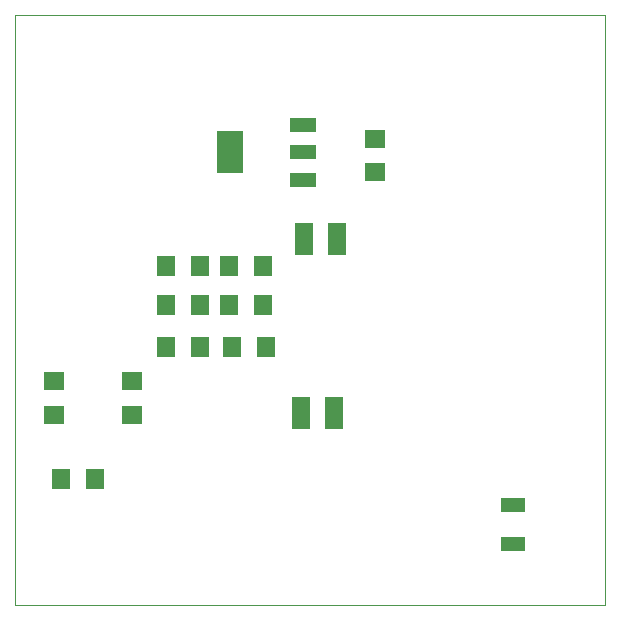
<source format=gtp>
G75*
%MOIN*%
%OFA0B0*%
%FSLAX25Y25*%
%IPPOS*%
%LPD*%
%AMOC8*
5,1,8,0,0,1.08239X$1,22.5*
%
%ADD10C,0.00000*%
%ADD11R,0.06299X0.07098*%
%ADD12R,0.07098X0.06299*%
%ADD13R,0.08000X0.05000*%
%ADD14R,0.08800X0.04800*%
%ADD15R,0.08661X0.14173*%
%ADD16R,0.07087X0.06299*%
%ADD17R,0.06299X0.10630*%
D10*
X0002100Y0001100D02*
X0002100Y0197950D01*
X0198950Y0197950D01*
X0198950Y0001100D01*
X0002100Y0001100D01*
D11*
X0017502Y0043100D03*
X0028698Y0043100D03*
X0052502Y0087100D03*
X0063698Y0087100D03*
X0074502Y0087100D03*
X0085698Y0087100D03*
X0084698Y0101100D03*
X0073502Y0101100D03*
X0063698Y0101100D03*
X0052502Y0101100D03*
X0052502Y0114100D03*
X0063698Y0114100D03*
X0073502Y0114100D03*
X0084698Y0114100D03*
D12*
X0041100Y0075698D03*
X0041100Y0064502D03*
X0015100Y0064502D03*
X0015100Y0075698D03*
D13*
X0168100Y0034600D03*
X0168100Y0021600D03*
D14*
X0098300Y0143000D03*
X0098300Y0152100D03*
X0098300Y0161200D03*
D15*
X0073899Y0152100D03*
D16*
X0122100Y0156612D03*
X0122100Y0145588D03*
D17*
X0109612Y0123100D03*
X0098588Y0123100D03*
X0097588Y0065100D03*
X0108612Y0065100D03*
M02*

</source>
